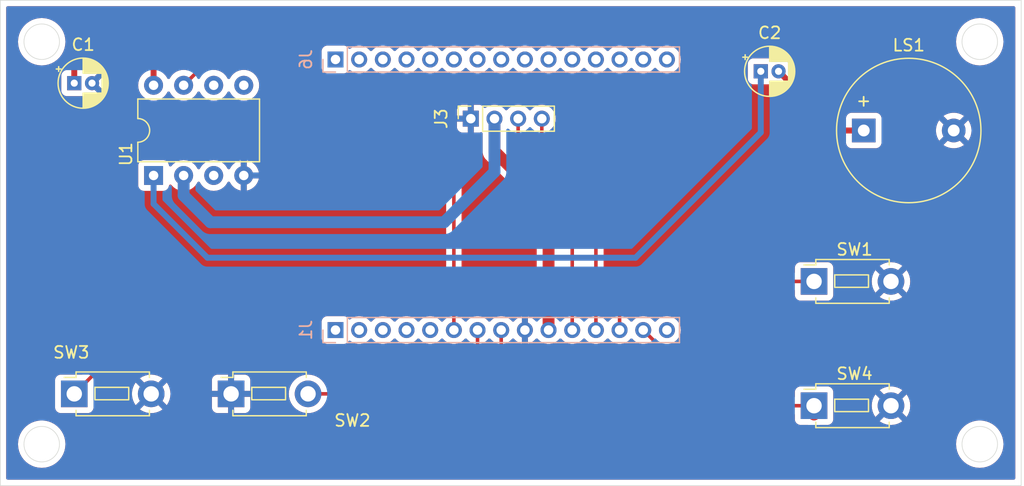
<source format=kicad_pcb>
(kicad_pcb (version 20240108) (generator "pcbnew") (generator_version "8.0")
  (layers (0 "F.Cu" signal) (31 "B.Cu" signal) (34 "B.Paste" user) (35 "F.Paste" user) (36 "B.SilkS" user "B.Silkscreen") (37 "F.SilkS" user "F.Silkscreen") (38 "B.Mask" user) (39 "F.Mask" user) (44 "Edge.Cuts" user))
  (net 0 "")
  (net 1 "GND")
  (net 2 "AMP_OUT")
  (net 3 "SPK")
  (net 4 "SCK")
  (net 5 "LEFT")
  (net 8 "SDA")
  (net 9 "UP")
  (net 10 "3.3v")
  (net 12 "RIGHT")
  (net 14 "DOWN")
  (net 32 "Net-(C1-Pad1)")
  (net 33 "Net-(U1-Out_1)")
  (footprint "Buzzer_Beeper:Buzzer_12x9.5RM7.6" (layer "F.Cu") (at 173.2 96)
    (property "Reference" "LS1" (at 3.8 -7.2 0) (layer "F.SilkS"))
    (property "Value" "Speaker")
    (fp_circle (center 3.8 0) (end 9.9 0) (stroke (width 0.12)) (fill none) (layer "F.SilkS"))
    (fp_text user "+" (at -0.01 -2.54 0) (layer "F.SilkS"))
    (pad "1" thru_hole rect (at 0 0) (size 2 2) (drill 1) (layers "*.Cu" "*.Mask") (net 2 "AMP_OUT"))
    (pad "2" thru_hole circle (at 7.6 0) (size 2 2) (drill 1) (layers "*.Cu" "*.Mask") (net 1 "GND"))
  )
  (footprint "Button_Switch_THT:SW_PUSH_1P1T_6x3.5mm_H5.0_APEM_MJTP1250" (layer "F.Cu") (at 106.5 118.25)
    (property "Reference" "SW3" (at -0.25 -3.5 0) (layer "F.SilkS"))
    (property "Value" "SW_Push")
    (fp_line (start 0.15 -1.85) (end 0.15 -1.39) (stroke (width 0.12)) (layer "F.SilkS"))
    (fp_line (start 0.15 -1.39) (end -0.85 -1.39) (stroke (width 0.12)) (layer "F.SilkS"))
    (fp_line (start 0.15 1.39) (end 0.15 1.85) (stroke (width 0.12)) (layer "F.SilkS"))
    (fp_line (start 0.15 1.85) (end 6.35 1.85) (stroke (width 0.12)) (layer "F.SilkS"))
    (fp_line (start 6.35 -1.85) (end 0.15 -1.85) (stroke (width 0.12)) (layer "F.SilkS"))
    (fp_line (start 6.35 -1.85) (end 6.35 -1.39) (stroke (width 0.12)) (layer "F.SilkS"))
    (fp_line (start 6.35 1.39) (end 6.35 1.85) (stroke (width 0.12)) (layer "F.SilkS"))
    (fp_rect (start 1.75 -0.55) (end 4.6 0.5) (stroke (width 0.12)) (fill none) (layer "F.SilkS"))
    (pad "1" thru_hole rect (at 0 0 90) (size 2.25 2.25) (drill 1.3) (layers "*.Cu" "*.Mask") (net 5 "LEFT"))
    (pad "2" thru_hole circle (at 6.5 0 90) (size 2.25 2.25) (drill 1.3) (layers "*.Cu" "*.Mask") (net 1 "GND"))
  )
  (footprint "Capacitor_THT:CP_Radial_D4.0mm_P1.50mm" (layer "F.Cu") (at 106.5 92)
    (property "Reference" "C1" (at 0.75 -3.25 0) (layer "F.SilkS"))
    (property "Value" "C_Polarized")
    (fp_line (start -1.519801 -1.195) (end -1.119801 -1.195) (stroke (width 0.12)) (layer "F.SilkS"))
    (fp_line (start -1.319801 -1.395) (end -1.319801 -0.995) (stroke (width 0.12)) (layer "F.SilkS"))
    (fp_line (start 0.75 -2.08) (end 0.75 -0.84) (stroke (width 0.12)) (layer "F.SilkS"))
    (fp_line (start 0.75 0.84) (end 0.75 2.08) (stroke (width 0.12)) (layer "F.SilkS"))
    (fp_line (start 0.79 -2.08) (end 0.79 -0.84) (stroke (width 0.12)) (layer "F.SilkS"))
    (fp_line (start 0.79 0.84) (end 0.79 2.08) (stroke (width 0.12)) (layer "F.SilkS"))
    (fp_line (start 0.83 -2.079) (end 0.83 -0.84) (stroke (width 0.12)) (layer "F.SilkS"))
    (fp_line (start 0.83 0.84) (end 0.83 2.079) (stroke (width 0.12)) (layer "F.SilkS"))
    (fp_line (start 0.87 -2.077) (end 0.87 -0.84) (stroke (width 0.12)) (layer "F.SilkS"))
    (fp_line (start 0.87 0.84) (end 0.87 2.077) (stroke (width 0.12)) (layer "F.SilkS"))
    (fp_line (start 0.91 -2.074) (end 0.91 -0.84) (stroke (width 0.12)) (layer "F.SilkS"))
    (fp_line (start 0.91 0.84) (end 0.91 2.074) (stroke (width 0.12)) (layer "F.SilkS"))
    (fp_line (start 0.95 -2.071) (end 0.95 -0.84) (stroke (width 0.12)) (layer "F.SilkS"))
    (fp_line (start 0.95 0.84) (end 0.95 2.071) (stroke (width 0.12)) (layer "F.SilkS"))
    (fp_line (start 0.99 -2.067) (end 0.99 -0.84) (stroke (width 0.12)) (layer "F.SilkS"))
    (fp_line (start 0.99 0.84) (end 0.99 2.067) (stroke (width 0.12)) (layer "F.SilkS"))
    (fp_line (start 1.03 -2.062) (end 1.03 -0.84) (stroke (width 0.12)) (layer "F.SilkS"))
    (fp_line (start 1.03 0.84) (end 1.03 2.062) (stroke (width 0.12)) (layer "F.SilkS"))
    (fp_line (start 1.07 -2.056) (end 1.07 -0.84) (stroke (width 0.12)) (layer "F.SilkS"))
    (fp_line (start 1.07 0.84) (end 1.07 2.056) (stroke (width 0.12)) (layer "F.SilkS"))
    (fp_line (start 1.11 -2.05) (end 1.11 -0.84) (stroke (width 0.12)) (layer "F.SilkS"))
    (fp_line (start 1.11 0.84) (end 1.11 2.05) (stroke (width 0.12)) (layer "F.SilkS"))
    (fp_line (start 1.15 -2.042) (end 1.15 -0.84) (stroke (width 0.12)) (layer "F.SilkS"))
    (fp_line (start 1.15 0.84) (end 1.15 2.042) (stroke (width 0.12)) (layer "F.SilkS"))
    (fp_line (start 1.19 -2.034) (end 1.19 -0.84) (stroke (width 0.12)) (layer "F.SilkS"))
    (fp_line (start 1.19 0.84) (end 1.19 2.034) (stroke (width 0.12)) (layer "F.SilkS"))
    (fp_line (start 1.23 -2.025) (end 1.23 -0.84) (stroke (width 0.12)) (layer "F.SilkS"))
    (fp_line (start 1.23 0.84) (end 1.23 2.025) (stroke (width 0.12)) (layer "F.SilkS"))
    (fp_line (start 1.27 -2.016) (end 1.27 -0.84) (stroke (width 0.12)) (layer "F.SilkS"))
    (fp_line (start 1.27 0.84) (end 1.27 2.016) (stroke (width 0.12)) (layer "F.SilkS"))
    (fp_line (start 1.31 -2.005) (end 1.31 -0.84) (stroke (width 0.12)) (layer "F.SilkS"))
    (fp_line (start 1.31 0.84) (end 1.31 2.005) (stroke (width 0.12)) (layer "F.SilkS"))
    (fp_line (start 1.35 -1.994) (end 1.35 -0.84) (stroke (width 0.12)) (layer "F.SilkS"))
    (fp_line (start 1.35 0.84) (end 1.35 1.994) (stroke (width 0.12)) (layer "F.SilkS"))
    (fp_line (start 1.39 -1.982) (end 1.39 -0.84) (stroke (width 0.12)) (layer "F.SilkS"))
    (fp_line (start 1.39 0.84) (end 1.39 1.982) (stroke (width 0.12)) (layer "F.SilkS"))
    (fp_line (start 1.43 -1.968) (end 1.43 -0.84) (stroke (width 0.12)) (layer "F.SilkS"))
    (fp_line (start 1.43 0.84) (end 1.43 1.968) (stroke (width 0.12)) (layer "F.SilkS"))
    (fp_line (start 1.471 -1.954) (end 1.471 -0.84) (stroke (width 0.12)) (layer "F.SilkS"))
    (fp_line (start 1.471 0.84) (end 1.471 1.954) (stroke (width 0.12)) (layer "F.SilkS"))
    (fp_line (start 1.511 -1.94) (end 1.511 -0.84) (stroke (width 0.12)) (layer "F.SilkS"))
    (fp_line (start 1.511 0.84) (end 1.511 1.94) (stroke (width 0.12)) (layer "F.SilkS"))
    (fp_line (start 1.551 -1.924) (end 1.551 -0.84) (stroke (width 0.12)) (layer "F.SilkS"))
    (fp_line (start 1.551 0.84) (end 1.551 1.924) (stroke (width 0.12)) (layer "F.SilkS"))
    (fp_line (start 1.591 -1.907) (end 1.591 -0.84) (stroke (width 0.12)) (layer "F.SilkS"))
    (fp_line (start 1.591 0.84) (end 1.591 1.907) (stroke (width 0.12)) (layer "F.SilkS"))
    (fp_line (start 1.631 -1.889) (end 1.631 -0.84) (stroke (width 0.12)) (layer "F.SilkS"))
    (fp_line (start 1.631 0.84) (end 1.631 1.889) (stroke (width 0.12)) (layer "F.SilkS"))
    (fp_line (start 1.671 -1.87) (end 1.671 -0.84) (stroke (width 0.12)) (layer "F.SilkS"))
    (fp_line (start 1.671 0.84) (end 1.671 1.87) (stroke (width 0.12)) (layer "F.SilkS"))
    (fp_line (start 1.711 -1.851) (end 1.711 -0.84) (stroke (width 0.12)) (layer "F.SilkS"))
    (fp_line (start 1.711 0.84) (end 1.711 1.851) (stroke (width 0.12)) (layer "F.SilkS"))
    (fp_line (start 1.751 -1.83) (end 1.751 -0.84) (stroke (width 0.12)) (layer "F.SilkS"))
    (fp_line (start 1.751 0.84) (end 1.751 1.83) (stroke (width 0.12)) (layer "F.SilkS"))
    (fp_line (start 1.791 -1.808) (end 1.791 -0.84) (stroke (width 0.12)) (layer "F.SilkS"))
    (fp_line (start 1.791 0.84) (end 1.791 1.808) (stroke (width 0.12)) (layer "F.SilkS"))
    (fp_line (start 1.831 -1.785) (end 1.831 -0.84) (stroke (width 0.12)) (layer "F.SilkS"))
    (fp_line (start 1.831 0.84) (end 1.831 1.785) (stroke (width 0.12)) (layer "F.SilkS"))
    (fp_line (start 1.871 -1.76) (end 1.871 -0.84) (stroke (width 0.12)) (layer "F.SilkS"))
    (fp_line (start 1.871 0.84) (end 1.871 1.76) (stroke (width 0.12)) (layer "F.SilkS"))
    (fp_line (start 1.911 -1.735) (end 1.911 -0.84) (stroke (width 0.12)) (layer "F.SilkS"))
    (fp_line (start 1.911 0.84) (end 1.911 1.735) (stroke (width 0.12)) (layer "F.SilkS"))
    (fp_line (start 1.951 -1.708) (end 1.951 -0.84) (stroke (width 0.12)) (layer "F.SilkS"))
    (fp_line (start 1.951 0.84) (end 1.951 1.708) (stroke (width 0.12)) (layer "F.SilkS"))
    (fp_line (start 1.991 -1.68) (end 1.991 -0.84) (stroke (width 0.12)) (layer "F.SilkS"))
    (fp_line (start 1.991 0.84) (end 1.991 1.68) (stroke (width 0.12)) (layer "F.SilkS"))
    (fp_line (start 2.031 -1.65) (end 2.031 -0.84) (stroke (width 0.12)) (layer "F.SilkS"))
    (fp_line (start 2.031 0.84) (end 2.031 1.65) (stroke (width 0.12)) (layer "F.SilkS"))
    (fp_line (start 2.071 -1.619) (end 2.071 -0.84) (stroke (width 0.12)) (layer "F.SilkS"))
    (fp_line (start 2.071 0.84) (end 2.071 1.619) (stroke (width 0.12)) (layer "F.SilkS"))
    (fp_line (start 2.111 -1.587) (end 2.111 -0.84) (stroke (width 0.12)) (layer "F.SilkS"))
    (fp_line (start 2.111 0.84) (end 2.111 1.587) (stroke (width 0.12)) (layer "F.SilkS"))
    (fp_line (start 2.151 -1.552) (end 2.151 -0.84) (stroke (width 0.12)) (layer "F.SilkS"))
    (fp_line (start 2.151 0.84) (end 2.151 1.552) (stroke (width 0.12)) (layer "F.SilkS"))
    (fp_line (start 2.191 -1.516) (end 2.191 -0.84) (stroke (width 0.12)) (layer "F.SilkS"))
    (fp_line (start 2.191 0.84) (end 2.191 1.516) (stroke (width 0.12)) (layer "F.SilkS"))
    (fp_line (start 2.231 -1.478) (end 2.231 -0.84) (stroke (width 0.12)) (layer "F.SilkS"))
    (fp_line (start 2.231 0.84) (end 2.231 1.478) (stroke (width 0.12)) (layer "F.SilkS"))
    (fp_line (start 2.271 -1.438) (end 2.271 -0.84) (stroke (width 0.12)) (layer "F.SilkS"))
    (fp_line (start 2.271 0.84) (end 2.271 1.438) (stroke (width 0.12)) (layer "F.SilkS"))
    (fp_line (start 2.311 -1.396) (end 2.311 -0.84) (stroke (width 0.12)) (layer "F.SilkS"))
    (fp_line (start 2.311 0.84) (end 2.311 1.396) (stroke (width 0.12)) (layer "F.SilkS"))
    (fp_line (start 2.351 -1.351) (end 2.351 1.351) (stroke (width 0.12)) (layer "F.SilkS"))
    (fp_line (start 2.391 -1.304) (end 2.391 1.304) (stroke (width 0.12)) (layer "F.SilkS"))
    (fp_line (start 2.431 -1.254) (end 2.431 1.254) (stroke (width 0.12)) (layer "F.SilkS"))
    (fp_line (start 2.471 -1.2) (end 2.471 1.2) (stroke (width 0.12)) (layer "F.SilkS"))
    (fp_line (start 2.511 -1.142) (end 2.511 1.142) (stroke (width 0.12)) (layer "F.SilkS"))
    (fp_line (start 2.551 -1.08) (end 2.551 1.08) (stroke (width 0.12)) (layer "F.SilkS"))
    (fp_line (start 2.591 -1.013) (end 2.591 1.013) (stroke (width 0.12)) (layer "F.SilkS"))
    (fp_line (start 2.631 -0.94) (end 2.631 0.94) (stroke (width 0.12)) (layer "F.SilkS"))
    (fp_line (start 2.671 -0.859) (end 2.671 0.859) (stroke (width 0.12)) (layer "F.SilkS"))
    (fp_line (start 2.711 -0.768) (end 2.711 0.768) (stroke (width 0.12)) (layer "F.SilkS"))
    (fp_line (start 2.751 -0.664) (end 2.751 0.664) (stroke (width 0.12)) (layer "F.SilkS"))
    (fp_line (start 2.791 -0.537) (end 2.791 0.537) (stroke (width 0.12)) (layer "F.SilkS"))
    (fp_line (start 2.831 -0.37) (end 2.831 0.37) (stroke (width 0.12)) (layer "F.SilkS"))
    (fp_circle (center 0.75 0) (end 2.87 0) (stroke (width 0.12)) (fill none) (layer "F.SilkS"))
    (pad "1" thru_hole rect (at 0 0) (size 1.2 1.2) (drill 0.6) (layers "*.Cu" "*.Mask") (net 32 "Net-(C1-Pad1)"))
    (pad "2" thru_hole circle (at 1.5 0) (size 1.2 1.2) (drill 0.6) (layers "*.Cu" "*.Mask") (net 1 "GND"))
  )
  (footprint "Package_DIP:DIP-8_W7.62mm" (layer "F.Cu") (at 113.2 99.8 90)
    (property "Reference" "U1" (at 1.8 -2.33 90) (layer "F.SilkS"))
    (property "Value" "TDA2822")
    (fp_line (start 6.46 -1.33) (end 4.81 -1.33) (stroke (width 0.12)) (layer "F.SilkS"))
    (fp_line (start 2.81 -1.33) (end 1.16 -1.33) (stroke (width 0.12)) (layer "F.SilkS"))
    (fp_line (start 1.16 -1.33) (end 1.16 8.95) (stroke (width 0.12)) (layer "F.SilkS"))
    (fp_line (start 6.46 8.95) (end 6.46 -1.33) (stroke (width 0.12)) (layer "F.SilkS"))
    (fp_line (start 1.16 8.95) (end 6.46 8.95) (stroke (width 0.12)) (layer "F.SilkS"))
    (fp_arc (start 4.81 -1.33) (mid 3.81 -0.33) (end 2.81 -1.33) (stroke (width 0.12)) (layer "F.SilkS"))
    (pad "1" thru_hole rect (at 0 0 90) (size 1.6 1.6) (drill 0.8) (layers "*.Cu" "*.Mask") (net 33 "Net-(U1-Out_1)"))
    (pad "2" thru_hole oval (at 0 2.54 90) (size 1.6 1.6) (drill 0.8) (layers "*.Cu" "*.Mask") (net 10 "3.3v"))
    (pad "3" thru_hole oval (at 0 5.08 90) (size 1.6 1.6) (drill 0.8) (layers "*.Cu" "*.Mask"))
    (pad "4" thru_hole oval (at 0 7.62 90) (size 1.6 1.6) (drill 0.8) (layers "*.Cu" "*.Mask") (net 1 "GND"))
    (pad "5" thru_hole oval (at 7.62 7.62 90) (size 1.6 1.6) (drill 0.8) (layers "*.Cu" "*.Mask"))
    (pad "6" thru_hole oval (at 7.62 5.08 90) (size 1.6 1.6) (drill 0.8) (layers "*.Cu" "*.Mask"))
    (pad "7" thru_hole oval (at 7.62 2.54 90) (size 1.6 1.6) (drill 0.8) (layers "*.Cu" "*.Mask") (net 3 "SPK"))
    (pad "8" thru_hole oval (at 7.62 0 90) (size 1.6 1.6) (drill 0.8) (layers "*.Cu" "*.Mask") (net 32 "Net-(C1-Pad1)"))
  )
  (footprint "Button_Switch_THT:SW_PUSH_1P1T_6x3.5mm_H5.0_APEM_MJTP1250" (layer "F.Cu") (at 169 108.75)
    (property "Reference" "SW1" (at 3.42 -2.7 0) (layer "F.SilkS"))
    (property "Value" "SW_Push")
    (fp_line (start 0.15 -1.85) (end 0.15 -1.39) (stroke (width 0.12)) (layer "F.SilkS"))
    (fp_line (start 0.15 -1.39) (end -0.85 -1.39) (stroke (width 0.12)) (layer "F.SilkS"))
    (fp_line (start 0.15 1.39) (end 0.15 1.85) (stroke (width 0.12)) (layer "F.SilkS"))
    (fp_line (start 0.15 1.85) (end 6.35 1.85) (stroke (width 0.12)) (layer "F.SilkS"))
    (fp_line (start 6.35 -1.85) (end 0.15 -1.85) (stroke (width 0.12)) (layer "F.SilkS"))
    (fp_line (start 6.35 -1.85) (end 6.35 -1.39) (stroke (width 0.12)) (layer "F.SilkS"))
    (fp_line (start 6.35 1.39) (end 6.35 1.85) (stroke (width 0.12)) (layer "F.SilkS"))
    (fp_rect (start 1.75 -0.55) (end 4.6 0.5) (stroke (width 0.12)) (fill none) (layer "F.SilkS"))
    (pad "1" thru_hole rect (at 0 0 90) (size 2.25 2.25) (drill 1.3) (layers "*.Cu" "*.Mask") (net 9 "UP"))
    (pad "2" thru_hole circle (at 6.5 0 90) (size 2.25 2.25) (drill 1.3) (layers "*.Cu" "*.Mask") (net 1 "GND"))
  )
  (footprint "Button_Switch_THT:SW_PUSH_1P1T_6x3.5mm_H5.0_APEM_MJTP1250" (layer "F.Cu") (at 119.75 118.25)
    (property "Reference" "SW2" (at 10.25 2.25 0) (layer "F.SilkS"))
    (property "Value" "SW_Push")
    (fp_line (start 0.15 -1.85) (end 0.15 -1.39) (stroke (width 0.12)) (layer "F.SilkS"))
    (fp_line (start 0.15 -1.39) (end -0.85 -1.39) (stroke (width 0.12)) (layer "F.SilkS"))
    (fp_line (start 0.15 1.39) (end 0.15 1.85) (stroke (width 0.12)) (layer "F.SilkS"))
    (fp_line (start 0.15 1.85) (end 6.35 1.85) (stroke (width 0.12)) (layer "F.SilkS"))
    (fp_line (start 6.35 -1.85) (end 0.15 -1.85) (stroke (width 0.12)) (layer "F.SilkS"))
    (fp_line (start 6.35 -1.85) (end 6.35 -1.39) (stroke (width 0.12)) (layer "F.SilkS"))
    (fp_line (start 6.35 1.39) (end 6.35 1.85) (stroke (width 0.12)) (layer "F.SilkS"))
    (fp_rect (start 1.75 -0.55) (end 4.6 0.5) (stroke (width 0.12)) (fill none) (layer "F.SilkS"))
    (pad "1" thru_hole rect (at 0 0 90) (size 2.25 2.25) (drill 1.3) (layers "*.Cu" "*.Mask") (net 1 "GND"))
    (pad "2" thru_hole circle (at 6.5 0 90) (size 2.25 2.25) (drill 1.3) (layers "*.Cu" "*.Mask") (net 12 "RIGHT"))
  )
  (footprint "Button_Switch_THT:SW_PUSH_1P1T_6x3.5mm_H5.0_APEM_MJTP1250" (layer "F.Cu") (at 169 119.25)
    (property "Reference" "SW4" (at 3.42 -2.7 0) (layer "F.SilkS"))
    (property "Value" "SW_Push")
    (fp_line (start 0.15 -1.85) (end 0.15 -1.39) (stroke (width 0.12)) (layer "F.SilkS"))
    (fp_line (start 0.15 -1.39) (end -0.85 -1.39) (stroke (width 0.12)) (layer "F.SilkS"))
    (fp_line (start 0.15 1.39) (end 0.15 1.85) (stroke (width 0.12)) (layer "F.SilkS"))
    (fp_line (start 0.15 1.85) (end 6.35 1.85) (stroke (width 0.12)) (layer "F.SilkS"))
    (fp_line (start 6.35 -1.85) (end 0.15 -1.85) (stroke (width 0.12)) (layer "F.SilkS"))
    (fp_line (start 6.35 -1.85) (end 6.35 -1.39) (stroke (width 0.12)) (layer "F.SilkS"))
    (fp_line (start 6.35 1.39) (end 6.35 1.85) (stroke (width 0.12)) (layer "F.SilkS"))
    (fp_rect (start 1.75 -0.55) (end 4.6 0.5) (stroke (width 0.12)) (fill none) (layer "F.SilkS"))
    (pad "1" thru_hole rect (at 0 0 90) (size 2.25 2.25) (drill 1.3) (layers "*.Cu" "*.Mask") (net 14 "DOWN"))
    (pad "2" thru_hole circle (at 6.5 0 90) (size 2.25 2.25) (drill 1.3) (layers "*.Cu" "*.Mask") (net 1 "GND"))
  )
  (footprint "Capacitor_THT:CP_Radial_D4.0mm_P1.50mm" (layer "F.Cu") (at 164.5 91)
    (property "Reference" "C2" (at 0.75 -3.25 0) (layer "F.SilkS"))
    (property "Value" "C_Polarized")
    (fp_line (start -1.519801 -1.195) (end -1.119801 -1.195) (stroke (width 0.12)) (layer "F.SilkS"))
    (fp_line (start -1.319801 -1.395) (end -1.319801 -0.995) (stroke (width 0.12)) (layer "F.SilkS"))
    (fp_line (start 0.75 -2.08) (end 0.75 -0.84) (stroke (width 0.12)) (layer "F.SilkS"))
    (fp_line (start 0.75 0.84) (end 0.75 2.08) (stroke (width 0.12)) (layer "F.SilkS"))
    (fp_line (start 0.79 -2.08) (end 0.79 -0.84) (stroke (width 0.12)) (layer "F.SilkS"))
    (fp_line (start 0.79 0.84) (end 0.79 2.08) (stroke (width 0.12)) (layer "F.SilkS"))
    (fp_line (start 0.83 -2.079) (end 0.83 -0.84) (stroke (width 0.12)) (layer "F.SilkS"))
    (fp_line (start 0.83 0.84) (end 0.83 2.079) (stroke (width 0.12)) (layer "F.SilkS"))
    (fp_line (start 0.87 -2.077) (end 0.87 -0.84) (stroke (width 0.12)) (layer "F.SilkS"))
    (fp_line (start 0.87 0.84) (end 0.87 2.077) (stroke (width 0.12)) (layer "F.SilkS"))
    (fp_line (start 0.91 -2.074) (end 0.91 -0.84) (stroke (width 0.12)) (layer "F.SilkS"))
    (fp_line (start 0.91 0.84) (end 0.91 2.074) (stroke (width 0.12)) (layer "F.SilkS"))
    (fp_line (start 0.95 -2.071) (end 0.95 -0.84) (stroke (width 0.12)) (layer "F.SilkS"))
    (fp_line (start 0.95 0.84) (end 0.95 2.071) (stroke (width 0.12)) (layer "F.SilkS"))
    (fp_line (start 0.99 -2.067) (end 0.99 -0.84) (stroke (width 0.12)) (layer "F.SilkS"))
    (fp_line (start 0.99 0.84) (end 0.99 2.067) (stroke (width 0.12)) (layer "F.SilkS"))
    (fp_line (start 1.03 -2.062) (end 1.03 -0.84) (stroke (width 0.12)) (layer "F.SilkS"))
    (fp_line (start 1.03 0.84) (end 1.03 2.062) (stroke (width 0.12)) (layer "F.SilkS"))
    (fp_line (start 1.07 -2.056) (end 1.07 -0.84) (stroke (width 0.12)) (layer "F.SilkS"))
    (fp_line (start 1.07 0.84) (end 1.07 2.056) (stroke (width 0.12)) (layer "F.SilkS"))
    (fp_line (start 1.11 -2.05) (end 1.11 -0.84) (stroke (width 0.12)) (layer "F.SilkS"))
    (fp_line (start 1.11 0.84) (end 1.11 2.05) (stroke (width 0.12)) (layer "F.SilkS"))
    (fp_line (start 1.15 -2.042) (end 1.15 -0.84) (stroke (width 0.12)) (layer "F.SilkS"))
    (fp_line (start 1.15 0.84) (end 1.15 2.042) (stroke (width 0.12)) (layer "F.SilkS"))
    (fp_line (start 1.19 -2.034) (end 1.19 -0.84) (stroke (width 0.12)) (layer "F.SilkS"))
    (fp_line (start 1.19 0.84) (end 1.19 2.034) (stroke (width 0.12)) (layer "F.SilkS"))
    (fp_line (start 1.23 -2.025) (end 1.23 -0.84) (stroke (width 0.12)) (layer "F.SilkS"))
    (fp_line (start 1.23 0.84) (end 1.23 2.025) (stroke (width 0.12)) (layer "F.SilkS"))
    (fp_line (start 1.27 -2.016) (end 1.27 -0.84) (stroke (width 0.12)) (layer "F.SilkS"))
    (fp_line (start 1.27 0.84) (end 1.27 2.016) (stroke (width 0.12)) (layer "F.SilkS"))
    (fp_line (start 1.31 -2.005) (end 1.31 -0.84) (stroke (width 0.12)) (layer "F.SilkS"))
    (fp_line (start 1.31 0.84) (end 1.31 2.005) (stroke (width 0.12)) (layer "F.SilkS"))
    (fp_line (start 1.35 -1.994) (end 1.35 -0.84) (stroke (width 0.12)) (layer "F.SilkS"))
    (fp_line (start 1.35 0.84) (end 1.35 1.994) (stroke (width 0.12)) (layer "F.SilkS"))
    (fp_line (start 1.39 -1.982) (end 1.39 -0.84) (stroke (width 0.12)) (layer "F.SilkS"))
    (fp_line (start 1.39 0.84) (end 1.39 1.982) (stroke (width 0.12)) (layer "F.SilkS"))
    (fp_line (start 1.43 -1.968) (end 1.43 -0.84) (stroke (width 0.12)) (layer "F.SilkS"))
    (fp_line (start 1.43 0.84) (end 1.43 1.968) (stroke (width 0.12)) (layer "F.SilkS"))
    (fp_line (start 1.471 -1.954) (end 1.471 -0.84) (stroke (width 0.12)) (layer "F.SilkS"))
    (fp_line (start 1.471 0.84) (end 1.471 1.954) (stroke (width 0.12)) (layer "F.SilkS"))
    (fp_line (start 1.511 -1.94) (end 1.511 -0.84) (stroke (width 0.12)) (layer "F.SilkS"))
    (fp_line (start 1.511 0.84) (end 1.511 1.94) (stroke (width 0.12)) (layer "F.SilkS"))
    (fp_line (start 1.551 -1.924) (end 1.551 -0.84) (stroke (width 0.12)) (layer "F.SilkS"))
    (fp_line (start 1.551 0.84) (end 1.551 1.924) (stroke (width 0.12)) (layer "F.SilkS"))
    (fp_line (start 1.591 -1.907) (end 1.591 -0.84) (stroke (width 0.12)) (layer "F.SilkS"))
    (fp_line (start 1.591 0.84) (end 1.591 1.907) (stroke (width 0.12)) (layer "F.SilkS"))
    (fp_line (start 1.631 -1.889) (end 1.631 -0.84) (stroke (width 0.12)) (layer "F.SilkS"))
    (fp_line (start 1.631 0.84) (end 1.631 1.889) (stroke (width 0.12)) (layer "F.SilkS"))
    (fp_line (start 1.671 -1.87) (end 1.671 -0.84) (stroke (width 0.12)) (layer "F.SilkS"))
    (fp_line (start 1.671 0.84) (end 1.671 1.87) (stroke (width 0.12)) (layer "F.SilkS"))
    (fp_line (start 1.711 -1.851) (end 1.711 -0.84) (stroke (width 0.12)) (layer "F.SilkS"))
    (fp_line (start 1.711 0.84) (end 1.711 1.851) (stroke (width 0.12)) (layer "F.SilkS"))
    (fp_line (start 1.751 -1.83) (end 1.751 -0.84) (stroke (width 0.12)) (layer "F.SilkS"))
    (fp_line (start 1.751 0.84) (end 1.751 1.83) (stroke (width 0.12)) (layer "F.SilkS"))
    (fp_line (start 1.791 -1.808) (end 1.791 -0.84) (stroke (width 0.12)) (layer "F.SilkS"))
    (fp_line (start 1.791 0.84) (end 1.791 1.808) (stroke (width 0.12)) (layer "F.SilkS"))
    (fp_line (start 1.831 -1.785) (end 1.831 -0.84) (stroke (width 0.12)) (layer "F.SilkS"))
    (fp_line (start 1.831 0.84) (end 1.831 1.785) (stroke (width 0.12)) (layer "F.SilkS"))
    (fp_line (start 1.871 -1.76) (end 1.871 -0.84) (stroke (width 0.12)) (layer "F.SilkS"))
    (fp_line (start 1.871 0.84) (end 1.871 1.76) (stroke (width 0.12)) (layer "F.SilkS"))
    (fp_line (start 1.911 -1.735) (end 1.911 -0.84) (stroke (width 0.12)) (layer "F.SilkS"))
    (fp_line (start 1.911 0.84) (end 1.911 1.735) (stroke (width 0.12)) (layer "F.SilkS"))
    (fp_line (start 1.951 -1.708) (end 1.951 -0.84) (stroke (width 0.12)) (layer "F.SilkS"))
    (fp_line (start 1.951 0.84) (end 1.951 1.708) (stroke (width 0.12)) (layer "F.SilkS"))
    (fp_line (start 1.991 -1.68) (end 1.991 -0.84) (stroke (width 0.12)) (layer "F.SilkS"))
    (fp_line (start 1.991 0.84) (end 1.991 1.68) (stroke (width 0.12)) (layer "F.SilkS"))
    (fp_line (start 2.031 -1.65) (end 2.031 -0.84) (stroke (width 0.12)) (layer "F.SilkS"))
    (fp_line (start 2.031 0.84) (end 2.031 1.65) (stroke (width 0.12)) (layer "F.SilkS"))
    (fp_line (start 2.071 -1.619) (end 2.071 -0.84) (stroke (width 0.12)) (layer "F.SilkS"))
    (fp_line (start 2.071 0.84) (end 2.071 1.619) (stroke (width 0.12)) (layer "F.SilkS"))
    (fp_line (start 2.111 -1.587) (end 2.111 -0.84) (stroke (width 0.12)) (layer "F.SilkS"))
    (fp_line (start 2.111 0.84) (end 2.111 1.587) (stroke (width 0.12)) (layer "F.SilkS"))
    (fp_line (start 2.151 -1.552) (end 2.151 -0.84) (stroke (width 0.12)) (layer "F.SilkS"))
    (fp_line (start 2.151 0.84) (end 2.151 1.552) (stroke (width 0.12)) (layer "F.SilkS"))
    (fp_line (start 2.191 -1.516) (end 2.191 -0.84) (stroke (width 0.12)) (layer "F.SilkS"))
    (fp_line (start 2.191 0.84) (end 2.191 1.516) (stroke (width 0.12)) (layer "F.SilkS"))
    (fp_line (start 2.231 -1.478) (end 2.231 -0.84) (stroke (width 0.12)) (layer "F.SilkS"))
    (fp_line (start 2.231 0.84) (end 2.231 1.478) (stroke (width 0.12)) (layer "F.SilkS"))
    (fp_line (start 2.271 -1.438) (end 2.271 -0.84) (stroke (width 0.12)) (layer "F.SilkS"))
    (fp_line (start 2.271 0.84) (end 2.271 1.438) (stroke (width 0.12)) (layer "F.SilkS"))
    (fp_line (start 2.311 -1.396) (end 2.311 -0.84) (stroke (width 0.12)) (layer "F.SilkS"))
    (fp_line (start 2.311 0.84) (end 2.311 1.396) (stroke (width 0.12)) (layer "F.SilkS"))
    (fp_line (start 2.351 -1.351) (end 2.351 1.351) (stroke (width 0.12)) (layer "F.SilkS"))
    (fp_line (start 2.391 -1.304) (end 2.391 1.304) (stroke (width 0.12)) (layer "F.SilkS"))
    (fp_line (start 2.431 -1.254) (end 2.431 1.254) (stroke (width 0.12)) (layer "F.SilkS"))
    (fp_line (start 2.471 -1.2) (end 2.471 1.2) (stroke (width 0.12)) (layer "F.SilkS"))
    (fp_line (start 2.511 -1.142) (end 2.511 1.142) (stroke (width 0.12)) (layer "F.SilkS"))
    (fp_line (start 2.551 -1.08) (end 2.551 1.08) (stroke (width 0.12)) (layer "F.SilkS"))
    (fp_line (start 2.591 -1.013) (end 2.591 1.013) (stroke (width 0.12)) (layer "F.SilkS"))
    (fp_line (start 2.631 -0.94) (end 2.631 0.94) (stroke (width 0.12)) (layer "F.SilkS"))
    (fp_line (start 2.671 -0.859) (end 2.671 0.859) (stroke (width 0.12)) (layer "F.SilkS"))
    (fp_line (start 2.711 -0.768) (end 2.711 0.768) (stroke (width 0.12)) (layer "F.SilkS"))
    (fp_line (start 2.751 -0.664) (end 2.751 0.664) (stroke (width 0.12)) (layer "F.SilkS"))
    (fp_line (start 2.791 -0.537) (end 2.791 0.537) (stroke (width 0.12)) (layer "F.SilkS"))
    (fp_line (start 2.831 -0.37) (end 2.831 0.37) (stroke (width 0.12)) (layer "F.SilkS"))
    (fp_circle (center 0.75 0) (end 2.87 0) (stroke (width 0.12)) (fill none) (layer "F.SilkS"))
    (pad "1" thru_hole rect (at 0 0) (size 1.2 1.2) (drill 0.6) (layers "*.Cu" "*.Mask") (net 33 "Net-(U1-Out_1)"))
    (pad "2" thru_hole circle (at 1.5 0) (size 1.2 1.2) (drill 0.6) (layers "*.Cu" "*.Mask") (net 2 "AMP_OUT"))
  )
  (footprint "Connector_PinSocket_2.00mm:PinSocket_1x04_P2.00mm_Vertical" (layer "F.Cu") (at 140 95 90)
    (property "Reference" "J3" (at 0 -2.5 90) (layer "F.SilkS"))
    (property "Value" "Conn_01x04_Socket")
    (fp_line (start 1.06 -1.06) (end 1.06 0) (stroke (width 0.12)) (layer "F.SilkS"))
    (fp_line (start 0 -1.06) (end 1.06 -1.06) (stroke (width 0.12)) (layer "F.SilkS"))
    (fp_line (start 1.06 1) (end 1.06 7.06) (stroke (width 0.12)) (layer "F.SilkS"))
    (fp_line (start -1.06 1) (end 1.06 1) (stroke (width 0.12)) (layer "F.SilkS"))
    (fp_line (start -1.06 1) (end -1.06 7.06) (stroke (width 0.12)) (layer "F.SilkS"))
    (fp_line (start -1.06 7.06) (end 1.06 7.06) (stroke (width 0.12)) (layer "F.SilkS"))
    (pad "1" thru_hole rect (at 0 0 90) (size 1.35 1.35) (drill 0.8) (layers "*.Cu" "*.Mask") (net 1 "GND"))
    (pad "2" thru_hole oval (at 0 2 90) (size 1.35 1.35) (drill 0.8) (layers "*.Cu" "*.Mask") (net 10 "3.3v"))
    (pad "3" thru_hole oval (at 0 4 90) (size 1.35 1.35) (drill 0.8) (layers "*.Cu" "*.Mask") (net 4 "SCK"))
    (pad "4" thru_hole oval (at 0 6 90) (size 1.35 1.35) (drill 0.8) (layers "*.Cu" "*.Mask") (net 8 "SDA"))
  )
  (footprint "Connector_PinSocket_2.00mm:PinSocket_1x15_P2.00mm_Vertical" (layer "B.Cu") (at 128.57 90 -90)
    (property "Reference" "J6" (at 0 2.5 90) (layer "B.SilkS") (effects (justify mirror)))
    (property "Value" "Conn_01x15_Socket")
    (fp_line (start 1.06 1.06) (end 0 1.06) (stroke (width 0.12)) (layer "B.SilkS"))
    (fp_line (start 1.06 0) (end 1.06 1.06) (stroke (width 0.12)) (layer "B.SilkS"))
    (fp_line (start 1.06 -1) (end -1.06 -1) (stroke (width 0.12)) (layer "B.SilkS"))
    (fp_line (start -1.06 -29.06) (end -1.06 -1) (stroke (width 0.12)) (layer "B.SilkS"))
    (fp_line (start 1.06 -29.06) (end 1.06 -1) (stroke (width 0.12)) (layer "B.SilkS"))
    (fp_line (start 1.06 -29.06) (end -1.06 -29.06) (stroke (width 0.12)) (layer "B.SilkS"))
    (pad "1" thru_hole rect (at 0 0 270) (size 1.35 1.35) (drill 0.8) (layers "*.Cu" "*.Mask"))
    (pad "2" thru_hole oval (at 0 -2 270) (size 1.35 1.35) (drill 0.8) (layers "*.Cu" "*.Mask"))
    (pad "3" thru_hole oval (at 0 -4 270) (size 1.35 1.35) (drill 0.8) (layers "*.Cu" "*.Mask"))
    (pad "4" thru_hole oval (at 0 -6 270) (size 1.35 1.35) (drill 0.8) (layers "*.Cu" "*.Mask"))
    (pad "5" thru_hole oval (at 0 -8 270) (size 1.35 1.35) (drill 0.8) (layers "*.Cu" "*.Mask"))
    (pad "6" thru_hole oval (at 0 -10 270) (size 1.35 1.35) (drill 0.8) (layers "*.Cu" "*.Mask"))
    (pad "7" thru_hole oval (at 0 -12 270) (size 1.35 1.35) (drill 0.8) (layers "*.Cu" "*.Mask"))
    (pad "8" thru_hole oval (at 0 -14 270) (size 1.35 1.35) (drill 0.8) (layers "*.Cu" "*.Mask"))
    (pad "9" thru_hole oval (at 0 -16 270) (size 1.35 1.35) (drill 0.8) (layers "*.Cu" "*.Mask"))
    (pad "10" thru_hole oval (at 0 -18 270) (size 1.35 1.35) (drill 0.8) (layers "*.Cu" "*.Mask"))
    (pad "11" thru_hole oval (at 0 -20 270) (size 1.35 1.35) (drill 0.8) (layers "*.Cu" "*.Mask"))
    (pad "12" thru_hole oval (at 0 -22 270) (size 1.35 1.35) (drill 0.8) (layers "*.Cu" "*.Mask"))
    (pad "13" thru_hole oval (at 0 -24 270) (size 1.35 1.35) (drill 0.8) (layers "*.Cu" "*.Mask"))
    (pad "14" thru_hole oval (at 0 -26 270) (size 1.35 1.35) (drill 0.8) (layers "*.Cu" "*.Mask"))
    (pad "15" thru_hole oval (at 0 -28 270) (size 1.35 1.35) (drill 0.8) (layers "*.Cu" "*.Mask"))
  )
  (footprint "Connector_PinSocket_2.00mm:PinSocket_1x15_P2.00mm_Vertical" (layer "B.Cu") (at 128.57 112.86 -90)
    (property "Reference" "J1" (at 0 2.5 90) (layer "B.SilkS") (effects (justify mirror)))
    (property "Value" "Conn_01x15_Socket")
    (fp_line (start 1.06 1.06) (end 0 1.06) (stroke (width 0.12)) (layer "B.SilkS"))
    (fp_line (start 1.06 0) (end 1.06 1.06) (stroke (width 0.12)) (layer "B.SilkS"))
    (fp_line (start 1.06 -1) (end -1.06 -1) (stroke (width 0.12)) (layer "B.SilkS"))
    (fp_line (start -1.06 -29.06) (end -1.06 -1) (stroke (width 0.12)) (layer "B.SilkS"))
    (fp_line (start 1.06 -29.06) (end 1.06 -1) (stroke (width 0.12)) (layer "B.SilkS"))
    (fp_line (start 1.06 -29.06) (end -1.06 -29.06) (stroke (width 0.12)) (layer "B.SilkS"))
    (pad "1" thru_hole rect (at 0 0 270) (size 1.35 1.35) (drill 0.8) (layers "*.Cu" "*.Mask"))
    (pad "2" thru_hole oval (at 0 -2 270) (size 1.35 1.35) (drill 0.8) (layers "*.Cu" "*.Mask"))
    (pad "3" thru_hole oval (at 0 -4 270) (size 1.35 1.35) (drill 0.8) (layers "*.Cu" "*.Mask"))
    (pad "4" thru_hole oval (at 0 -6 270) (size 1.35 1.35) (drill 0.8) (layers "*.Cu" "*.Mask"))
    (pad "5" thru_hole oval (at 0 -8 270) (size 1.35 1.35) (drill 0.8) (layers "*.Cu" "*.Mask"))
    (pad "6" thru_hole oval (at 0 -10 270) (size 1.35 1.35) (drill 0.8) (layers "*.Cu" "*.Mask") (net 3 "SPK"))
    (pad "7" thru_hole oval (at 0 -12 270) (size 1.35 1.35) (drill 0.8) (layers "*.Cu" "*.Mask") (net 5 "LEFT"))
    (pad "8" thru_hole oval (at 0 -14 270) (size 1.35 1.35) (drill 0.8) (layers "*.Cu" "*.Mask") (net 12 "RIGHT"))
    (pad "9" thru_hole oval (at 0 -16 270) (size 1.35 1.35) (drill 0.8) (layers "*.Cu" "*.Mask") (net 1 "GND"))
    (pad "10" thru_hole oval (at 0 -18 270) (size 1.35 1.35) (drill 0.8) (layers "*.Cu" "*.Mask") (net 10 "3.3v"))
    (pad "11" thru_hole oval (at 0 -20 270) (size 1.35 1.35) (drill 0.8) (layers "*.Cu" "*.Mask") (net 4 "SCK"))
    (pad "12" thru_hole oval (at 0 -22 270) (size 1.35 1.35) (drill 0.8) (layers "*.Cu" "*.Mask") (net 8 "SDA"))
    (pad "13" thru_hole oval (at 0 -24 270) (size 1.35 1.35) (drill 0.8) (layers "*.Cu" "*.Mask") (net 9 "UP"))
    (pad "14" thru_hole oval (at 0 -26 270) (size 1.35 1.35) (drill 0.8) (layers "*.Cu" "*.Mask") (net 14 "DOWN"))
    (pad "15" thru_hole oval (at 0 -28 270) (size 1.35 1.35) (drill 0.8) (layers "*.Cu" "*.Mask"))
  )
  (gr_circle (center 103.75 122.5) (end 105.25 122.5) (stroke (width 0.05)) (fill none) (layer "Edge.Cuts"))
  (gr_rect (start 100.25 85) (end 186.5 126) (stroke (width 0.05)) (fill none) (layer "Edge.Cuts"))
  (gr_circle (center 103.75 88.5) (end 105.25 88.5) (stroke (width 0.05)) (fill none) (layer "Edge.Cuts"))
  (gr_circle (center 183 122.5) (end 184.5 122.5) (stroke (width 0.05)) (fill none) (layer "Edge.Cuts"))
  (gr_circle (center 183 88.5) (end 184.5 88.5) (stroke (width 0.05)) (fill none) (layer "Edge.Cuts"))
  (segment (start 166 91) (end 171 96) (width 0.5) (layer "F.Cu") (net 2))
  (segment (start 171 96) (end 173.2 96) (width 0.5) (layer "F.Cu") (net 2))
  (segment (start 138.57 112.86) (end 138.57 100.57) (width 0.3) (layer "F.Cu") (net 3))
  (segment (start 118.42 89.5) (end 115.74 92.18) (width 0.3) (layer "F.Cu") (net 3))
  (segment (start 138.57 100.57) (end 131 93) (width 0.3) (layer "F.Cu") (net 3))
  (segment (start 131 93) (end 126 93) (width 0.3) (layer "F.Cu") (net 3))
  (segment (start 126 93) (end 122.5 89.5) (width 0.3) (layer "F.Cu") (net 3))
  (segment (start 122.5 89.5) (end 118.42 89.5) (width 0.3) (layer "F.Cu") (net 3))
  (segment (start 148.57 101.82) (end 148.57 112.86) (width 0.3) (layer "F.Cu") (net 4))
  (segment (start 144 95) (end 144 97.25) (width 0.3) (layer "F.Cu") (net 4))
  (segment (start 144 97.25) (end 148.57 101.82) (width 0.3) (layer "F.Cu") (net 4))
  (segment (start 140.57 114.68) (end 140.57 112.86) (width 0.3) (layer "F.Cu") (net 5))
  (segment (start 106.5 118.25) (end 109.25 115.5) (width 0.3) (layer "F.Cu") (net 5))
  (segment (start 139.75 115.5) (end 140.57 114.68) (width 0.3) (layer "F.Cu") (net 5))
  (segment (start 109.25 115.5) (end 139.75 115.5) (width 0.3) (layer "F.Cu") (net 5))
  (segment (start 146 97.5) (end 150.57 102.07) (width 0.3) (layer "F.Cu") (net 8))
  (segment (start 146 95) (end 146 97.5) (width 0.3) (layer "F.Cu") (net 8))
  (segment (start 150.57 102.07) (end 150.57 112.86) (width 0.3) (layer "F.Cu") (net 8))
  (segment (start 154.5 108.75) (end 169 108.75) (width 0.3) (layer "F.Cu") (net 9))
  (segment (start 152.57 112.86) (end 152.57 110.68) (width 0.3) (layer "F.Cu") (net 9))
  (segment (start 152.57 110.68) (end 154.5 108.75) (width 0.3) (layer "F.Cu") (net 9))
  (segment (start 146.57 102.32) (end 146.57 112.86) (width 1) (layer "F.Cu") (net 10))
  (segment (start 142 95) (end 142 97.75) (width 1) (layer "F.Cu") (net 10))
  (segment (start 142 97.75) (end 146.57 102.32) (width 1) (layer "F.Cu") (net 10))
  (segment (start 142 99.5) (end 142 95) (width 1) (layer "B.Cu") (net 10))
  (segment (start 137.75 103.75) (end 142 99.5) (width 1) (layer "B.Cu") (net 10))
  (segment (start 115.74 99.8) (end 115.74 101.49) (width 1) (layer "B.Cu") (net 10))
  (segment (start 118 103.75) (end 137.75 103.75) (width 1) (layer "B.Cu") (net 10))
  (segment (start 115.74 101.49) (end 118 103.75) (width 1) (layer "B.Cu") (net 10))
  (segment (start 126.25 118.25) (end 141.25 118.25) (width 0.3) (layer "F.Cu") (net 12))
  (segment (start 141.25 118.25) (end 142.57 116.93) (width 0.3) (layer "F.Cu") (net 12))
  (segment (start 142.57 116.93) (end 142.57 112.86) (width 0.3) (layer "F.Cu") (net 12))
  (segment (start 154.57 112.86) (end 160.96 119.25) (width 0.3) (layer "F.Cu") (net 14))
  (segment (start 169 119.25) (end 169 120) (width 1) (layer "F.Cu") (net 14))
  (segment (start 160.96 119.25) (end 169 119.25) (width 0.3) (layer "F.Cu") (net 14))
  (segment (start 113.2 92.18) (end 113.2 90.45) (width 0.5) (layer "F.Cu") (net 32))
  (segment (start 111.75 89) (end 108 89) (width 0.5) (layer "F.Cu") (net 32))
  (segment (start 113.2 90.45) (end 111.75 89) (width 0.5) (layer "F.Cu") (net 32))
  (segment (start 108 89) (end 106.5 90.5) (width 0.5) (layer "F.Cu") (net 32))
  (segment (start 106.5 90.5) (end 106.5 92) (width 0.5) (layer "F.Cu") (net 32))
  (segment (start 164.5 96.166351) (end 164.5 91) (width 0.5) (layer "B.Cu") (net 33))
  (segment (start 117.75 106.75) (end 153.916351 106.75) (width 0.5) (layer "B.Cu") (net 33))
  (segment (start 113.2 99.8) (end 113.2 102.2) (width 0.5) (layer "B.Cu") (net 33))
  (segment (start 153.916351 106.75) (end 164.5 96.166351) (width 0.5) (layer "B.Cu") (net 33))
  (segment (start 113.2 102.2) (end 117.75 106.75) (width 0.5) (layer "B.Cu") (net 33))
  (zone (net 1) (net_name "GND") (layer "F.Cu") (connect_pads (clearance 0.5)) (min_thickness 0.25) (fill yes (thermal_gap 0.5) (thermal_bridge_width 0.5))
    (polygon (pts (xy 100.25 85) (xy 186.5 85.25) (xy 186.5 88) (xy 186.5 126) (xy 100.5 126)))
  )
  (zone (net 1) (net_name "GND") (layer "B.Cu") (priority 1) (connect_pads (clearance 0.5)) (min_thickness 0.25) (fill yes (thermal_gap 0.5) (thermal_bridge_width 0.5))
    (polygon (pts (xy 186.75 85) (xy 186.5 126) (xy 100.5 125.75) (xy 100.75 85) (xy 101.25 85)))
  )
)
</source>
